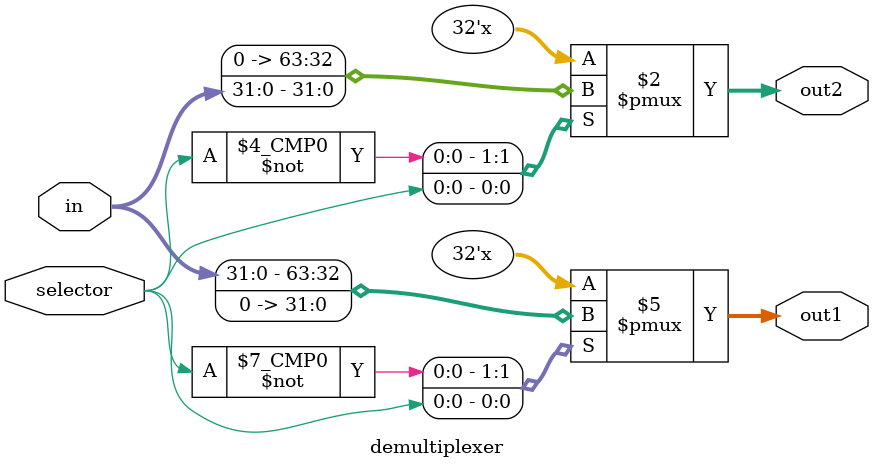
<source format=sv>
module demultiplexer #(parameter N = 32) 
(input logic [N-1:0] in,
input logic selector,
output logic [N-1:0] out1, out2);
									 
	always_comb
	begin
	case (selector)
		1'b0 	: begin out1 = in; out2 = 'b0; end
		1'b1	: begin out1 = 'b0; out2 = in; end
		default : begin out1 = 'b0; out2 = 'b0; end
	endcase
	end
									 
endmodule 

</source>
